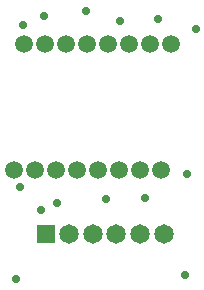
<source format=gts>
G04 EAGLE Gerber RS-274X export*
G75*
%MOMM*%
%FSLAX34Y34*%
%LPD*%
%INSoldermask Top*%
%IPPOS*%
%AMOC8*
5,1,8,0,0,1.08239X$1,22.5*%
G01*
G04 Define Apertures*
%ADD10R,1.643200X1.643200*%
%ADD11C,1.643200*%
%ADD12C,1.503200*%
%ADD13C,0.705600*%
D10*
X-50000Y-107500D03*
D11*
X-30000Y-107500D03*
X-10000Y-107500D03*
X10000Y-107500D03*
X30000Y-107500D03*
X50000Y-107500D03*
D12*
X56600Y53500D03*
X38800Y53500D03*
X21000Y53500D03*
X3200Y53500D03*
X-14600Y53500D03*
X-32400Y53500D03*
X-50200Y53500D03*
X-68000Y53500D03*
X-76900Y-53500D03*
X-59100Y-53500D03*
X-41300Y-53500D03*
X-23500Y-53500D03*
X-5700Y-53500D03*
X12100Y-53500D03*
X29900Y-53500D03*
X47700Y-53500D03*
D13*
X69800Y-56900D03*
X34600Y-76800D03*
X-71900Y-68100D03*
X13200Y72600D03*
X45200Y74400D03*
X77000Y66400D03*
X-51000Y77100D03*
X1300Y-78300D03*
X68200Y-142000D03*
X-75400Y-145600D03*
X-53800Y-86900D03*
X-16000Y81400D03*
X-69400Y69400D03*
X-40100Y-81400D03*
M02*

</source>
